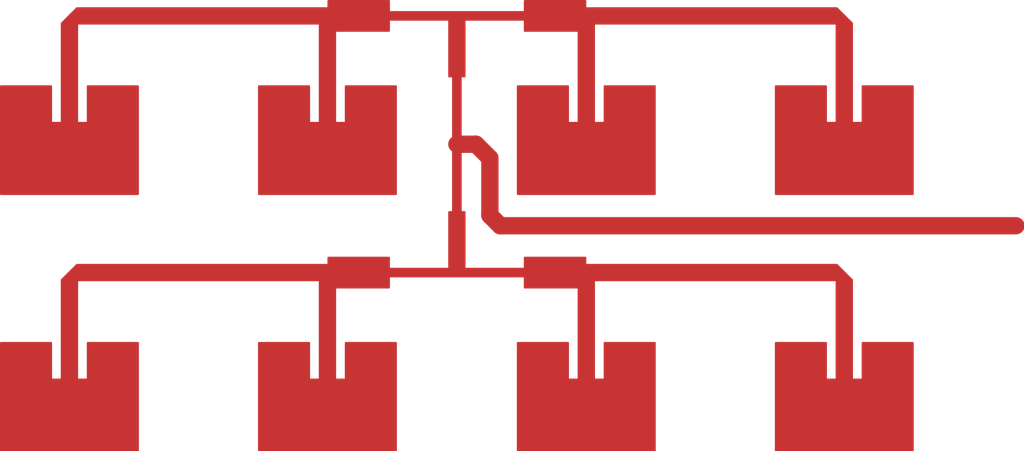
<source format=kicad_pcb>
(kicad_pcb (version 20170123) (host pcbnew no-vcs-found-e79f978~58~ubuntu14.04.1)

  (general
    (links 0)
    (no_connects 0)
    (area -13.1573 -4.1585 16.550002 8.865001)
    (thickness 1.6)
    (drawings 0)
    (tracks 5)
    (zones 0)
    (modules 1)
    (nets 2)
  )

  (page A0)
  (layers
    (0 F.Cu signal)
    (31 B.Cu signal hide)
    (40 Dwgs.User user)
    (44 Edge.Cuts user)
  )

  (setup
    (last_trace_width 0.2)
    (user_trace_width 0.5)
    (trace_clearance 0.2)
    (zone_clearance 0.508)
    (zone_45_only no)
    (trace_min 0.2)
    (segment_width 0.2)
    (edge_width 0.15)
    (via_size 0.8)
    (via_drill 0.4)
    (via_min_size 0.4)
    (via_min_drill 0.3)
    (uvia_size 0.3)
    (uvia_drill 0.1)
    (uvias_allowed no)
    (uvia_min_size 0.2)
    (uvia_min_drill 0.1)
    (pcb_text_width 0.3)
    (pcb_text_size 1.5 1.5)
    (mod_edge_width 0.15)
    (mod_text_size 1 1)
    (mod_text_width 0.15)
    (pad_size 0.3 0.3)
    (pad_drill 0)
    (pad_to_mask_clearance 0.2)
    (aux_axis_origin 0 0)
    (visible_elements FFFFFF7F)
    (pcbplotparams
      (layerselection 0x00000_7fffffff)
      (usegerberextensions false)
      (excludeedgelayer true)
      (linewidth 0.100000)
      (plotframeref false)
      (viasonmask false)
      (mode 1)
      (useauxorigin false)
      (hpglpennumber 1)
      (hpglpenspeed 20)
      (hpglpendiameter 15)
      (psnegative false)
      (psa4output false)
      (plotreference false)
      (plotvalue false)
      (plotinvisibletext false)
      (padsonsilk false)
      (subtractmaskfromsilk false)
      (outputformat 3)
      (mirror false)
      (drillshape 0)
      (scaleselection 1)
      (outputdirectory ""))
  )

  (net 0 "")
  (net 1 Antennas)

  (net_class Default ""
    (clearance 0.2)
    (trace_width 0.2)
    (via_dia 0.8)
    (via_drill 0.4)
    (uvia_dia 0.3)
    (uvia_drill 0.1)
    (add_net Antennas)
  )

  (module X0 (layer F.Cu) (tedit 591D12FF) (tstamp 0)
    (at 0 0)
    (fp_text reference "" (at 0 0) (layer F.SilkS)
      (effects (font (thickness 0.15)))
    )
    (fp_text value "" (at 0 0) (layer F.SilkS)
      (effects (font (thickness 0.15)))
    )
    (pad 1 smd circle (at 0 0) (size 0.3 0.3) (layers F.Cu)
      (net 1 Antennas) (zone_connect 2))
  )

  (segment (start 0 0) (end 0.55 0) (width 0.5) (layer F.Cu) (net 1))
  (segment (start 0.55 0) (end 0.95 0.4) (width 0.5) (layer F.Cu) (net 1))
  (segment (start 0.95 0.4) (end 0.95 2.05) (width 0.5) (layer F.Cu) (net 1))
  (segment (start 0.95 2.05) (end 1.25 2.35) (width 0.5) (layer F.Cu) (net 1))
  (segment (start 1.25 2.35) (end 16.1 2.35) (width 0.5) (layer F.Cu) (net 1))

  (zone (net 1) (net_name Antennas) (layer F.Cu) (tstamp 0) (hatch edge 0.5)
    (connect_pads (clearance 0.3))
    (min_thickness 0.05)
    (fill yes (arc_segments 32) (thermal_gap 0.3) (thermal_bridge_width 0.25))
    (polygon
      (pts
        (xy -1.9278 -3.839) (xy 1.9278 -3.839) (xy 1.9278 -4.1585) (xy 3.7273 -4.1585) (xy 3.7273 -3.95)
        (xy 10.9548 -3.95) (xy 11.4073 -3.4975) (xy 11.4073 -0.645) (xy 11.6573 -0.645) (xy 11.6573 -1.7)
        (xy 13.1573 -1.7) (xy 13.1573 1.465) (xy 9.1573 1.465) (xy 9.1573 -1.7) (xy 10.6572 -1.7)
        (xy 10.6572 -0.645) (xy 10.9072 -0.645) (xy 10.9072 -3.45) (xy 3.9772 -3.45) (xy 3.9772 -0.645)
        (xy 4.2272 -0.645) (xy 4.2272 -1.7) (xy 5.7272 -1.7) (xy 5.7272 1.465) (xy 1.7272 1.465)
        (xy 1.7272 -1.7) (xy 3.2273 -1.7) (xy 3.2273 -0.645) (xy 3.4773 -0.645) (xy 3.4773 -3.2415)
        (xy 1.9278 -3.2415) (xy 1.9278 -3.561) (xy 0.25 -3.561) (xy 0.25 -1.9278) (xy 0.139 -1.9278)
        (xy 0.139 1.9278) (xy 0.25 1.9278) (xy 0.25 3.561) (xy 1.9278 3.561) (xy 1.9278 3.2415)
        (xy 3.7273 3.2415) (xy 3.7273 3.45) (xy 10.9548 3.45) (xy 11.4073 3.9025) (xy 11.4073 6.755)
        (xy 11.6573 6.755) (xy 11.6573 5.7) (xy 13.1573 5.7) (xy 13.1573 8.865) (xy 9.1573 8.865)
        (xy 9.1573 5.7) (xy 10.6572 5.7) (xy 10.6572 6.755) (xy 10.9072 6.755) (xy 10.9072 3.95)
        (xy 3.9772 3.95) (xy 3.9772 6.755) (xy 4.2272 6.755) (xy 4.2272 5.7) (xy 5.7272 5.7)
        (xy 5.7272 8.865) (xy 1.7272 8.865) (xy 1.7272 5.7) (xy 3.2273 5.7) (xy 3.2273 6.755)
        (xy 3.4773 6.755) (xy 3.4773 4.1585) (xy 1.9278 4.1585) (xy 1.9278 3.839) (xy -1.9278 3.839)
        (xy -1.9278 4.1585) (xy -3.4773 4.1585) (xy -3.4773 6.755) (xy -3.2273 6.755) (xy -3.2273 5.7)
        (xy -1.7272 5.7) (xy -1.7272 8.865) (xy -5.7272 8.865) (xy -5.7272 5.7) (xy -4.2272 5.7)
        (xy -4.2272 6.755) (xy -3.9772 6.755) (xy -3.9772 3.95) (xy -10.9072 3.95) (xy -10.9072 6.755)
        (xy -10.6572 6.755) (xy -10.6572 5.7) (xy -9.1573 5.7) (xy -9.1573 8.865) (xy -13.1573 8.865)
        (xy -13.1573 5.7) (xy -11.6573 5.7) (xy -11.6573 6.755) (xy -11.4073 6.755) (xy -11.4073 3.9025)
        (xy -10.9548 3.45) (xy -3.7273 3.45) (xy -3.7273 3.2415) (xy -1.9278 3.2415) (xy -1.9278 3.561)
        (xy -0.25 3.561) (xy -0.25 1.9278) (xy -0.139 1.9278) (xy -0.139 -1.9278) (xy -0.25 -1.9278)
        (xy -0.25 -3.561) (xy -1.9278 -3.561) (xy -1.9278 -3.2415) (xy -3.4773 -3.2415) (xy -3.4773 -0.645)
        (xy -3.2273 -0.645) (xy -3.2273 -1.7) (xy -1.7272 -1.7) (xy -1.7272 1.465) (xy -5.7272 1.465)
        (xy -5.7272 -1.7) (xy -4.2272 -1.7) (xy -4.2272 -0.645) (xy -3.9772 -0.645) (xy -3.9772 -3.45)
        (xy -10.9072 -3.45) (xy -10.9072 -0.645) (xy -10.6572 -0.645) (xy -10.6572 -1.7) (xy -9.1573 -1.7)
        (xy -9.1573 1.465) (xy -13.1573 1.465) (xy -13.1573 -1.7) (xy -11.6573 -1.7) (xy -11.6573 -0.645)
        (xy -11.4073 -0.645) (xy -11.4073 -3.4975) (xy -10.9548 -3.95) (xy -3.7273 -3.95) (xy -3.7273 -4.1585)
        (xy -1.9278 -4.1585)
      )
    )
    (filled_polygon
      (pts
        (xy -1.9528 -3.839) (xy -1.95232 -3.834123) (xy -1.950897 -3.829433) (xy -1.948587 -3.825111) (xy -1.945478 -3.821322)
        (xy -1.941689 -3.818213) (xy -1.937367 -3.815903) (xy -1.932677 -3.81448) (xy -1.9278 -3.814) (xy 1.9278 -3.814)
        (xy 1.932677 -3.81448) (xy 1.937367 -3.815903) (xy 1.941689 -3.818213) (xy 1.945478 -3.821322) (xy 1.948587 -3.825111)
        (xy 1.950897 -3.829433) (xy 1.95232 -3.834123) (xy 1.9528 -3.839) (xy 1.9528 -4.1335) (xy 3.7023 -4.1335)
        (xy 3.7023 -3.95) (xy 3.70278 -3.945123) (xy 3.704203 -3.940433) (xy 3.706513 -3.936111) (xy 3.709622 -3.932322)
        (xy 3.713411 -3.929213) (xy 3.717733 -3.926903) (xy 3.722423 -3.92548) (xy 3.7273 -3.925) (xy 10.944444 -3.925)
        (xy 11.3823 -3.487144) (xy 11.3823 -0.645) (xy 11.38278 -0.640123) (xy 11.384203 -0.635433) (xy 11.386513 -0.631111)
        (xy 11.389622 -0.627322) (xy 11.393411 -0.624213) (xy 11.397733 -0.621903) (xy 11.402423 -0.62048) (xy 11.4073 -0.62)
        (xy 11.6573 -0.62) (xy 11.662177 -0.62048) (xy 11.666867 -0.621903) (xy 11.671189 -0.624213) (xy 11.674978 -0.627322)
        (xy 11.678087 -0.631111) (xy 11.680397 -0.635433) (xy 11.68182 -0.640123) (xy 11.6823 -0.645) (xy 11.6823 -1.675)
        (xy 13.1323 -1.675) (xy 13.1323 1.44) (xy 9.1823 1.44) (xy 9.1823 -1.675) (xy 10.6322 -1.675)
        (xy 10.6322 -0.645) (xy 10.63268 -0.640123) (xy 10.634103 -0.635433) (xy 10.636413 -0.631111) (xy 10.639522 -0.627322)
        (xy 10.643311 -0.624213) (xy 10.647633 -0.621903) (xy 10.652323 -0.62048) (xy 10.6572 -0.62) (xy 10.9072 -0.62)
        (xy 10.912077 -0.62048) (xy 10.916767 -0.621903) (xy 10.921089 -0.624213) (xy 10.924878 -0.627322) (xy 10.927987 -0.631111)
        (xy 10.930297 -0.635433) (xy 10.93172 -0.640123) (xy 10.9322 -0.645) (xy 10.9322 -3.45) (xy 10.93172 -3.454877)
        (xy 10.930297 -3.459567) (xy 10.927987 -3.463889) (xy 10.924878 -3.467678) (xy 10.921089 -3.470787) (xy 10.916767 -3.473097)
        (xy 10.912077 -3.47452) (xy 10.9072 -3.475) (xy 3.9772 -3.475) (xy 3.972323 -3.47452) (xy 3.967633 -3.473097)
        (xy 3.963311 -3.470787) (xy 3.959522 -3.467678) (xy 3.956413 -3.463889) (xy 3.954103 -3.459567) (xy 3.95268 -3.454877)
        (xy 3.9522 -3.45) (xy 3.9522 -0.645) (xy 3.95268 -0.640123) (xy 3.954103 -0.635433) (xy 3.956413 -0.631111)
        (xy 3.959522 -0.627322) (xy 3.963311 -0.624213) (xy 3.967633 -0.621903) (xy 3.972323 -0.62048) (xy 3.9772 -0.62)
        (xy 4.2272 -0.62) (xy 4.232077 -0.62048) (xy 4.236767 -0.621903) (xy 4.241089 -0.624213) (xy 4.244878 -0.627322)
        (xy 4.247987 -0.631111) (xy 4.250297 -0.635433) (xy 4.25172 -0.640123) (xy 4.2522 -0.645) (xy 4.2522 -1.675)
        (xy 5.7022 -1.675) (xy 5.7022 1.44) (xy 1.7522 1.44) (xy 1.7522 -1.675) (xy 3.2023 -1.675)
        (xy 3.2023 -0.645) (xy 3.20278 -0.640123) (xy 3.204203 -0.635433) (xy 3.206513 -0.631111) (xy 3.209622 -0.627322)
        (xy 3.213411 -0.624213) (xy 3.217733 -0.621903) (xy 3.222423 -0.62048) (xy 3.2273 -0.62) (xy 3.4773 -0.62)
        (xy 3.482177 -0.62048) (xy 3.486867 -0.621903) (xy 3.491189 -0.624213) (xy 3.494978 -0.627322) (xy 3.498087 -0.631111)
        (xy 3.500397 -0.635433) (xy 3.50182 -0.640123) (xy 3.5023 -0.645) (xy 3.5023 -3.2415) (xy 3.50182 -3.246377)
        (xy 3.500397 -3.251067) (xy 3.498087 -3.255389) (xy 3.494978 -3.259178) (xy 3.491189 -3.262287) (xy 3.486867 -3.264597)
        (xy 3.482177 -3.26602) (xy 3.4773 -3.2665) (xy 1.9528 -3.2665) (xy 1.9528 -3.561) (xy 1.95232 -3.565877)
        (xy 1.950897 -3.570567) (xy 1.948587 -3.574889) (xy 1.945478 -3.578678) (xy 1.941689 -3.581787) (xy 1.937367 -3.584097)
        (xy 1.932677 -3.58552) (xy 1.9278 -3.586) (xy 0.25 -3.586) (xy 0.245123 -3.58552) (xy 0.240433 -3.584097)
        (xy 0.236111 -3.581787) (xy 0.232322 -3.578678) (xy 0.229213 -3.574889) (xy 0.226903 -3.570567) (xy 0.22548 -3.565877)
        (xy 0.225 -3.561) (xy 0.225 -1.9528) (xy 0.139 -1.9528) (xy 0.134123 -1.95232) (xy 0.129433 -1.950897)
        (xy 0.125111 -1.948587) (xy 0.121322 -1.945478) (xy 0.118213 -1.941689) (xy 0.115903 -1.937367) (xy 0.11448 -1.932677)
        (xy 0.114 -1.9278) (xy 0.114 1.9278) (xy 0.11448 1.932677) (xy 0.115903 1.937367) (xy 0.118213 1.941689)
        (xy 0.121322 1.945478) (xy 0.125111 1.948587) (xy 0.129433 1.950897) (xy 0.134123 1.95232) (xy 0.139 1.9528)
        (xy 0.225 1.9528) (xy 0.225 3.561) (xy 0.22548 3.565877) (xy 0.226903 3.570567) (xy 0.229213 3.574889)
        (xy 0.232322 3.578678) (xy 0.236111 3.581787) (xy 0.240433 3.584097) (xy 0.245123 3.58552) (xy 0.25 3.586)
        (xy 1.9278 3.586) (xy 1.932677 3.58552) (xy 1.937367 3.584097) (xy 1.941689 3.581787) (xy 1.945478 3.578678)
        (xy 1.948587 3.574889) (xy 1.950897 3.570567) (xy 1.95232 3.565877) (xy 1.9528 3.561) (xy 1.9528 3.2665)
        (xy 3.7023 3.2665) (xy 3.7023 3.45) (xy 3.70278 3.454877) (xy 3.704203 3.459567) (xy 3.706513 3.463889)
        (xy 3.709622 3.467678) (xy 3.713411 3.470787) (xy 3.717733 3.473097) (xy 3.722423 3.47452) (xy 3.7273 3.475)
        (xy 10.944444 3.475) (xy 11.3823 3.912856) (xy 11.3823 6.755) (xy 11.38278 6.759877) (xy 11.384203 6.764567)
        (xy 11.386513 6.768889) (xy 11.389622 6.772678) (xy 11.393411 6.775787) (xy 11.397733 6.778097) (xy 11.402423 6.77952)
        (xy 11.4073 6.78) (xy 11.6573 6.78) (xy 11.662177 6.77952) (xy 11.666867 6.778097) (xy 11.671189 6.775787)
        (xy 11.674978 6.772678) (xy 11.678087 6.768889) (xy 11.680397 6.764567) (xy 11.68182 6.759877) (xy 11.6823 6.755)
        (xy 11.6823 5.725) (xy 13.1323 5.725) (xy 13.1323 8.84) (xy 9.1823 8.84) (xy 9.1823 5.725)
        (xy 10.6322 5.725) (xy 10.6322 6.755) (xy 10.63268 6.759877) (xy 10.634103 6.764567) (xy 10.636413 6.768889)
        (xy 10.639522 6.772678) (xy 10.643311 6.775787) (xy 10.647633 6.778097) (xy 10.652323 6.77952) (xy 10.6572 6.78)
        (xy 10.9072 6.78) (xy 10.912077 6.77952) (xy 10.916767 6.778097) (xy 10.921089 6.775787) (xy 10.924878 6.772678)
        (xy 10.927987 6.768889) (xy 10.930297 6.764567) (xy 10.93172 6.759877) (xy 10.9322 6.755) (xy 10.9322 3.95)
        (xy 10.93172 3.945123) (xy 10.930297 3.940433) (xy 10.927987 3.936111) (xy 10.924878 3.932322) (xy 10.921089 3.929213)
        (xy 10.916767 3.926903) (xy 10.912077 3.92548) (xy 10.9072 3.925) (xy 3.9772 3.925) (xy 3.972323 3.92548)
        (xy 3.967633 3.926903) (xy 3.963311 3.929213) (xy 3.959522 3.932322) (xy 3.956413 3.936111) (xy 3.954103 3.940433)
        (xy 3.95268 3.945123) (xy 3.9522 3.95) (xy 3.9522 6.755) (xy 3.95268 6.759877) (xy 3.954103 6.764567)
        (xy 3.956413 6.768889) (xy 3.959522 6.772678) (xy 3.963311 6.775787) (xy 3.967633 6.778097) (xy 3.972323 6.77952)
        (xy 3.9772 6.78) (xy 4.2272 6.78) (xy 4.232077 6.77952) (xy 4.236767 6.778097) (xy 4.241089 6.775787)
        (xy 4.244878 6.772678) (xy 4.247987 6.768889) (xy 4.250297 6.764567) (xy 4.25172 6.759877) (xy 4.2522 6.755)
        (xy 4.2522 5.725) (xy 5.7022 5.725) (xy 5.7022 8.84) (xy 1.7522 8.84) (xy 1.7522 5.725)
        (xy 3.2023 5.725) (xy 3.2023 6.755) (xy 3.20278 6.759877) (xy 3.204203 6.764567) (xy 3.206513 6.768889)
        (xy 3.209622 6.772678) (xy 3.213411 6.775787) (xy 3.217733 6.778097) (xy 3.222423 6.77952) (xy 3.2273 6.78)
        (xy 3.4773 6.78) (xy 3.482177 6.77952) (xy 3.486867 6.778097) (xy 3.491189 6.775787) (xy 3.494978 6.772678)
        (xy 3.498087 6.768889) (xy 3.500397 6.764567) (xy 3.50182 6.759877) (xy 3.5023 6.755) (xy 3.5023 4.1585)
        (xy 3.50182 4.153623) (xy 3.500397 4.148933) (xy 3.498087 4.144611) (xy 3.494978 4.140822) (xy 3.491189 4.137713)
        (xy 3.486867 4.135403) (xy 3.482177 4.13398) (xy 3.4773 4.1335) (xy 1.9528 4.1335) (xy 1.9528 3.839)
        (xy 1.95232 3.834123) (xy 1.950897 3.829433) (xy 1.948587 3.825111) (xy 1.945478 3.821322) (xy 1.941689 3.818213)
        (xy 1.937367 3.815903) (xy 1.932677 3.81448) (xy 1.9278 3.814) (xy -1.9278 3.814) (xy -1.932677 3.81448)
        (xy -1.937367 3.815903) (xy -1.941689 3.818213) (xy -1.945478 3.821322) (xy -1.948587 3.825111) (xy -1.950897 3.829433)
        (xy -1.95232 3.834123) (xy -1.9528 3.839) (xy -1.9528 4.1335) (xy -3.4773 4.1335) (xy -3.482177 4.13398)
        (xy -3.486867 4.135403) (xy -3.491189 4.137713) (xy -3.494978 4.140822) (xy -3.498087 4.144611) (xy -3.500397 4.148933)
        (xy -3.50182 4.153623) (xy -3.5023 4.1585) (xy -3.5023 6.755) (xy -3.50182 6.759877) (xy -3.500397 6.764567)
        (xy -3.498087 6.768889) (xy -3.494978 6.772678) (xy -3.491189 6.775787) (xy -3.486867 6.778097) (xy -3.482177 6.77952)
        (xy -3.4773 6.78) (xy -3.2273 6.78) (xy -3.222423 6.77952) (xy -3.217733 6.778097) (xy -3.213411 6.775787)
        (xy -3.209622 6.772678) (xy -3.206513 6.768889) (xy -3.204203 6.764567) (xy -3.20278 6.759877) (xy -3.2023 6.755)
        (xy -3.2023 5.725) (xy -1.7522 5.725) (xy -1.7522 8.84) (xy -5.7022 8.84) (xy -5.7022 5.725)
        (xy -4.2522 5.725) (xy -4.2522 6.755) (xy -4.25172 6.759877) (xy -4.250297 6.764567) (xy -4.247987 6.768889)
        (xy -4.244878 6.772678) (xy -4.241089 6.775787) (xy -4.236767 6.778097) (xy -4.232077 6.77952) (xy -4.2272 6.78)
        (xy -3.9772 6.78) (xy -3.972323 6.77952) (xy -3.967633 6.778097) (xy -3.963311 6.775787) (xy -3.959522 6.772678)
        (xy -3.956413 6.768889) (xy -3.954103 6.764567) (xy -3.95268 6.759877) (xy -3.9522 6.755) (xy -3.9522 3.95)
        (xy -3.95268 3.945123) (xy -3.954103 3.940433) (xy -3.956413 3.936111) (xy -3.959522 3.932322) (xy -3.963311 3.929213)
        (xy -3.967633 3.926903) (xy -3.972323 3.92548) (xy -3.9772 3.925) (xy -10.9072 3.925) (xy -10.912077 3.92548)
        (xy -10.916767 3.926903) (xy -10.921089 3.929213) (xy -10.924878 3.932322) (xy -10.927987 3.936111) (xy -10.930297 3.940433)
        (xy -10.93172 3.945123) (xy -10.9322 3.95) (xy -10.9322 6.755) (xy -10.93172 6.759877) (xy -10.930297 6.764567)
        (xy -10.927987 6.768889) (xy -10.924878 6.772678) (xy -10.921089 6.775787) (xy -10.916767 6.778097) (xy -10.912077 6.77952)
        (xy -10.9072 6.78) (xy -10.6572 6.78) (xy -10.652323 6.77952) (xy -10.647633 6.778097) (xy -10.643311 6.775787)
        (xy -10.639522 6.772678) (xy -10.636413 6.768889) (xy -10.634103 6.764567) (xy -10.63268 6.759877) (xy -10.6322 6.755)
        (xy -10.6322 5.725) (xy -9.1823 5.725) (xy -9.1823 8.84) (xy -13.1323 8.84) (xy -13.1323 5.725)
        (xy -11.6823 5.725) (xy -11.6823 6.755) (xy -11.68182 6.759877) (xy -11.680397 6.764567) (xy -11.678087 6.768889)
        (xy -11.674978 6.772678) (xy -11.671189 6.775787) (xy -11.666867 6.778097) (xy -11.662177 6.77952) (xy -11.6573 6.78)
        (xy -11.4073 6.78) (xy -11.402423 6.77952) (xy -11.397733 6.778097) (xy -11.393411 6.775787) (xy -11.389622 6.772678)
        (xy -11.386513 6.768889) (xy -11.384203 6.764567) (xy -11.38278 6.759877) (xy -11.3823 6.755) (xy -11.3823 3.912856)
        (xy -10.944444 3.475) (xy -3.7273 3.475) (xy -3.722423 3.47452) (xy -3.717733 3.473097) (xy -3.713411 3.470787)
        (xy -3.709622 3.467678) (xy -3.706513 3.463889) (xy -3.704203 3.459567) (xy -3.70278 3.454877) (xy -3.7023 3.45)
        (xy -3.7023 3.2665) (xy -1.9528 3.2665) (xy -1.9528 3.561) (xy -1.95232 3.565877) (xy -1.950897 3.570567)
        (xy -1.948587 3.574889) (xy -1.945478 3.578678) (xy -1.941689 3.581787) (xy -1.937367 3.584097) (xy -1.932677 3.58552)
        (xy -1.9278 3.586) (xy -0.25 3.586) (xy -0.245123 3.58552) (xy -0.240433 3.584097) (xy -0.236111 3.581787)
        (xy -0.232322 3.578678) (xy -0.229213 3.574889) (xy -0.226903 3.570567) (xy -0.22548 3.565877) (xy -0.225 3.561)
        (xy -0.225 1.9528) (xy -0.139 1.9528) (xy -0.134123 1.95232) (xy -0.129433 1.950897) (xy -0.125111 1.948587)
        (xy -0.121322 1.945478) (xy -0.118213 1.941689) (xy -0.115903 1.937367) (xy -0.11448 1.932677) (xy -0.114 1.9278)
        (xy -0.114 -1.9278) (xy -0.11448 -1.932677) (xy -0.115903 -1.937367) (xy -0.118213 -1.941689) (xy -0.121322 -1.945478)
        (xy -0.125111 -1.948587) (xy -0.129433 -1.950897) (xy -0.134123 -1.95232) (xy -0.139 -1.9528) (xy -0.225 -1.9528)
        (xy -0.225 -3.561) (xy -0.22548 -3.565877) (xy -0.226903 -3.570567) (xy -0.229213 -3.574889) (xy -0.232322 -3.578678)
        (xy -0.236111 -3.581787) (xy -0.240433 -3.584097) (xy -0.245123 -3.58552) (xy -0.25 -3.586) (xy -1.9278 -3.586)
        (xy -1.932677 -3.58552) (xy -1.937367 -3.584097) (xy -1.941689 -3.581787) (xy -1.945478 -3.578678) (xy -1.948587 -3.574889)
        (xy -1.950897 -3.570567) (xy -1.95232 -3.565877) (xy -1.9528 -3.561) (xy -1.9528 -3.2665) (xy -3.4773 -3.2665)
        (xy -3.482177 -3.26602) (xy -3.486867 -3.264597) (xy -3.491189 -3.262287) (xy -3.494978 -3.259178) (xy -3.498087 -3.255389)
        (xy -3.500397 -3.251067) (xy -3.50182 -3.246377) (xy -3.5023 -3.2415) (xy -3.5023 -0.645) (xy -3.50182 -0.640123)
        (xy -3.500397 -0.635433) (xy -3.498087 -0.631111) (xy -3.494978 -0.627322) (xy -3.491189 -0.624213) (xy -3.486867 -0.621903)
        (xy -3.482177 -0.62048) (xy -3.4773 -0.62) (xy -3.2273 -0.62) (xy -3.222423 -0.62048) (xy -3.217733 -0.621903)
        (xy -3.213411 -0.624213) (xy -3.209622 -0.627322) (xy -3.206513 -0.631111) (xy -3.204203 -0.635433) (xy -3.20278 -0.640123)
        (xy -3.2023 -0.645) (xy -3.2023 -1.675) (xy -1.7522 -1.675) (xy -1.7522 1.44) (xy -5.7022 1.44)
        (xy -5.7022 -1.675) (xy -4.2522 -1.675) (xy -4.2522 -0.645) (xy -4.25172 -0.640123) (xy -4.250297 -0.635433)
        (xy -4.247987 -0.631111) (xy -4.244878 -0.627322) (xy -4.241089 -0.624213) (xy -4.236767 -0.621903) (xy -4.232077 -0.62048)
        (xy -4.2272 -0.62) (xy -3.9772 -0.62) (xy -3.972323 -0.62048) (xy -3.967633 -0.621903) (xy -3.963311 -0.624213)
        (xy -3.959522 -0.627322) (xy -3.956413 -0.631111) (xy -3.954103 -0.635433) (xy -3.95268 -0.640123) (xy -3.9522 -0.645)
        (xy -3.9522 -3.45) (xy -3.95268 -3.454877) (xy -3.954103 -3.459567) (xy -3.956413 -3.463889) (xy -3.959522 -3.467678)
        (xy -3.963311 -3.470787) (xy -3.967633 -3.473097) (xy -3.972323 -3.47452) (xy -3.9772 -3.475) (xy -10.9072 -3.475)
        (xy -10.912077 -3.47452) (xy -10.916767 -3.473097) (xy -10.921089 -3.470787) (xy -10.924878 -3.467678) (xy -10.927987 -3.463889)
        (xy -10.930297 -3.459567) (xy -10.93172 -3.454877) (xy -10.9322 -3.45) (xy -10.9322 -0.645) (xy -10.93172 -0.640123)
        (xy -10.930297 -0.635433) (xy -10.927987 -0.631111) (xy -10.924878 -0.627322) (xy -10.921089 -0.624213) (xy -10.916767 -0.621903)
        (xy -10.912077 -0.62048) (xy -10.9072 -0.62) (xy -10.6572 -0.62) (xy -10.652323 -0.62048) (xy -10.647633 -0.621903)
        (xy -10.643311 -0.624213) (xy -10.639522 -0.627322) (xy -10.636413 -0.631111) (xy -10.634103 -0.635433) (xy -10.63268 -0.640123)
        (xy -10.6322 -0.645) (xy -10.6322 -1.675) (xy -9.1823 -1.675) (xy -9.1823 1.44) (xy -13.1323 1.44)
        (xy -13.1323 -1.675) (xy -11.6823 -1.675) (xy -11.6823 -0.645) (xy -11.68182 -0.640123) (xy -11.680397 -0.635433)
        (xy -11.678087 -0.631111) (xy -11.674978 -0.627322) (xy -11.671189 -0.624213) (xy -11.666867 -0.621903) (xy -11.662177 -0.62048)
        (xy -11.6573 -0.62) (xy -11.4073 -0.62) (xy -11.402423 -0.62048) (xy -11.397733 -0.621903) (xy -11.393411 -0.624213)
        (xy -11.389622 -0.627322) (xy -11.386513 -0.631111) (xy -11.384203 -0.635433) (xy -11.38278 -0.640123) (xy -11.3823 -0.645)
        (xy -11.3823 -3.487144) (xy -10.944444 -3.925) (xy -3.7273 -3.925) (xy -3.722423 -3.92548) (xy -3.717733 -3.926903)
        (xy -3.713411 -3.929213) (xy -3.709622 -3.932322) (xy -3.706513 -3.936111) (xy -3.704203 -3.940433) (xy -3.70278 -3.945123)
        (xy -3.7023 -3.95) (xy -3.7023 -4.1335) (xy -1.9528 -4.1335)
      )
    )
  )
)

</source>
